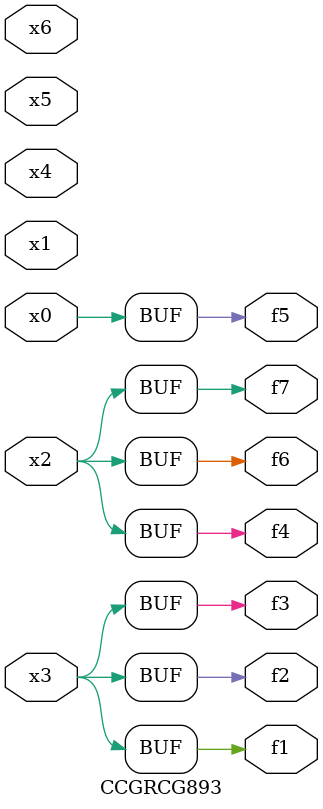
<source format=v>
module CCGRCG893(
	input x0, x1, x2, x3, x4, x5, x6,
	output f1, f2, f3, f4, f5, f6, f7
);
	assign f1 = x3;
	assign f2 = x3;
	assign f3 = x3;
	assign f4 = x2;
	assign f5 = x0;
	assign f6 = x2;
	assign f7 = x2;
endmodule

</source>
